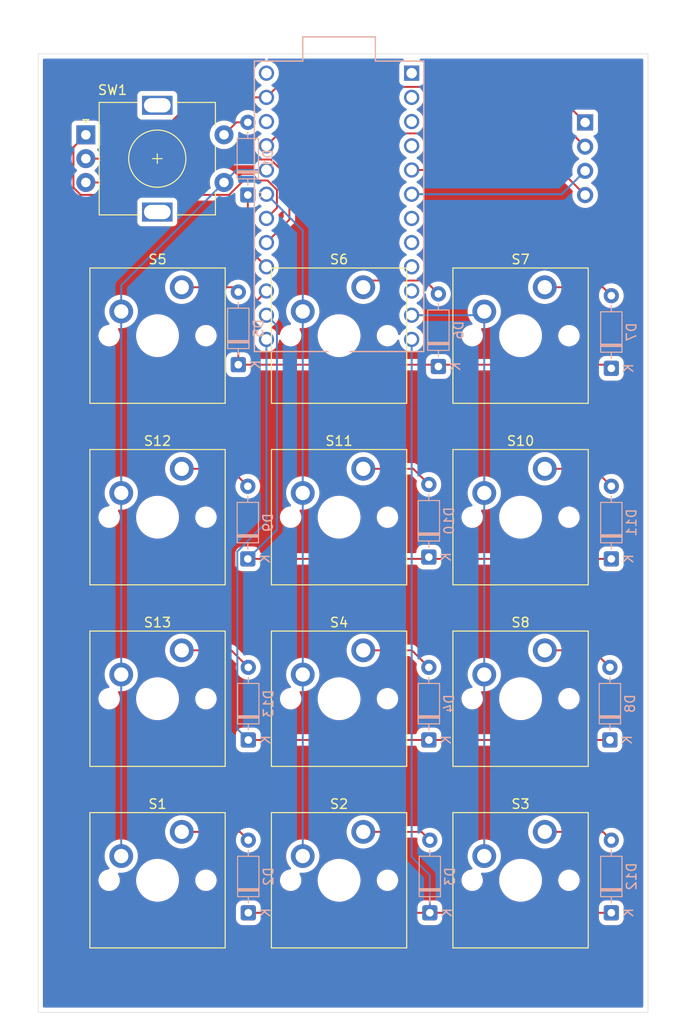
<source format=kicad_pcb>
(kicad_pcb (version 20241229) (generator "pcbnew") (generator_version "9.0")
  (layers (0 "F.Cu" signal) (2 "B.Cu" signal) (13 "F.Paste" user) (15 "B.Paste" user) (5 "F.SilkS" user "F.Silkscreen") (7 "B.SilkS" user "B.Silkscreen") (1 "F.Mask" user) (3 "B.Mask" user) (25 "Edge.Cuts" user))
  (net 0 "")
  (net 1 "ROW 0")
  (net 2 "Net-(D4-A)")
  (net 3 "Net-(D5-A)")
  (net 4 "ROW 1")
  (net 5 "Net-(D6-A)")
  (net 6 "Net-(D7-A)")
  (net 7 "Net-(D8-A)")
  (net 8 "Net-(D9-A)")
  (net 9 "Net-(D10-A)")
  (net 10 "Net-(D11-A)")
  (net 11 "COLUMN 1")
  (net 12 "COLUMN 0")
  (net 13 "COLUMN 2")
  (net 17 "SDA")
  (net 19 "GND")
  (net 21 "ROW 2")
  (net 22 "VCC")
  (net 24 "SCL")
  (net 26 "ROW 3")
  (net 27 "Net-(D13-A)")
  (net 30 "ROW 4")
  (net 31 "B")
  (net 32 "A")
  (net 33 "Net-(D1-A)")
  (net 35 "Net-(D2-A)")
  (net 36 "Net-(D3-A)")
  (net 37 "Net-(D12-A)")
  (footprint "PCM_Switch_Keyboard_Cherry_MX:SW_Cherry_MX_PCB_1.00u" (layer "F.Cu") (at 140.47125 85.31625)
    (property "Reference" "S6" (at 0 -8 0) (layer "F.SilkS"))
    (property "Value" "Keyswitch")
    (fp_line (start -7.1 -7.1) (end -7.1 7.1) (stroke (width 0.12)) (layer "F.SilkS"))
    (fp_line (start -7.1 7.1) (end 7.1 7.1) (stroke (width 0.12)) (layer "F.SilkS"))
    (fp_line (start 7.1 -7.1) (end -7.1 -7.1) (stroke (width 0.12)) (layer "F.SilkS"))
    (fp_line (start 7.1 7.1) (end 7.1 -7.1) (stroke (width 0.12)) (layer "F.SilkS"))
    (pad "" np_thru_hole circle (at -5.08 0) (size 1.75 1.75) (drill 1.75) (layers "*.Cu" "*.Mask"))
    (pad "" np_thru_hole circle (at 0 0) (size 4 4) (drill 4) (layers "*.Cu" "*.Mask"))
    (pad "" np_thru_hole circle (at 5.08 0) (size 1.75 1.75) (drill 1.75) (layers "*.Cu" "*.Mask"))
    (pad "1" thru_hole circle (at -3.81 -2.54) (size 2.5 2.5) (drill 1.5) (layers "*.Cu" "*.Mask") (net 11 "COLUMN 1"))
    (pad "2" thru_hole circle (at 2.54 -5.08) (size 2.5 2.5) (drill 1.5) (layers "*.Cu" "*.Mask") (net 5 "Net-(D6-A)"))
  )
  (footprint "Rotary_Encoder:RotaryEncoder_Alps_EC11E-Switch_Vertical_H20mm" (layer "F.Cu") (at 113.89625 64.24125)
    (property "Reference" "SW1" (at 2.8 -4.7 0) (layer "F.SilkS"))
    (property "Value" "RotaryEncoder_Switch")
    (fp_line (start -0.3 -1.6) (end 0.3 -1.6) (stroke (width 0.12)) (layer "F.SilkS"))
    (fp_line (start 0 -1.3) (end -0.3 -1.6) (stroke (width 0.12)) (layer "F.SilkS"))
    (fp_line (start 0.3 -1.6) (end 0 -1.3) (stroke (width 0.12)) (layer "F.SilkS"))
    (fp_line (start 1.4 -3.4) (end 1.4 8.4) (stroke (width 0.12)) (layer "F.SilkS"))
    (fp_line (start 5.5 -3.4) (end 1.4 -3.4) (stroke (width 0.12)) (layer "F.SilkS"))
    (fp_line (start 5.5 8.4) (end 1.4 8.4) (stroke (width 0.12)) (layer "F.SilkS"))
    (fp_line (start 7 2.5) (end 8 2.5) (stroke (width 0.12)) (layer "F.SilkS"))
    (fp_line (start 7.5 2) (end 7.5 3) (stroke (width 0.12)) (layer "F.SilkS"))
    (fp_line (start 9.5 -3.4) (end 13.6 -3.4) (stroke (width 0.12)) (layer "F.SilkS"))
    (fp_line (start 13.6 -3.4) (end 13.6 -1) (stroke (width 0.12)) (layer "F.SilkS"))
    (fp_line (start 13.6 1.2) (end 13.6 3.8) (stroke (width 0.12)) (layer "F.SilkS"))
    (fp_line (start 13.6 6) (end 13.6 8.4) (stroke (width 0.12)) (layer "F.SilkS"))
    (fp_line (start 13.6 8.4) (end 9.5 8.4) (stroke (width 0.12)) (layer "F.SilkS"))
    (fp_circle (center 7.5 2.5) (end 10.5 2.5) (stroke (width 0.12)) (fill no) (layer "F.SilkS"))
    (pad "A" thru_hole rect (at 0 0) (size 2 2) (drill 1) (layers "*.Cu" "*.Mask") (net 32 "A"))
    (pad "B" thru_hole circle (at 0 5) (size 2 2) (drill 1) (layers "*.Cu" "*.Mask") (net 31 "B"))
    (pad "C" thru_hole circle (at 0 2.5) (size 2 2) (drill 1) (layers "*.Cu" "*.Mask") (net 19 "GND"))
    (pad "MP" thru_hole rect (at 7.5 -3.1) (size 3.2 2) (drill oval 2.8 1.5) (layers "*.Cu" "*.Mask"))
    (pad "MP" thru_hole rect (at 7.5 8.1) (size 3.2 2) (drill oval 2.8 1.5) (layers "*.Cu" "*.Mask"))
    (pad "S1" thru_hole circle (at 14.5 5) (size 2 2) (drill 1) (layers "*.Cu" "*.Mask") (net 12 "COLUMN 0"))
    (pad "S2" thru_hole circle (at 14.5 0) (size 2 2) (drill 1) (layers "*.Cu" "*.Mask") (net 33 "Net-(D1-A)"))
  )
  (footprint "PCM_Switch_Keyboard_Cherry_MX:SW_Cherry_MX_PCB_1.00u" (layer "F.Cu") (at 159.52125 123.41625)
    (property "Reference" "S8" (at 0 -8 0) (layer "F.SilkS"))
    (property "Value" "Keyswitch")
    (fp_line (start -7.1 -7.1) (end -7.1 7.1) (stroke (width 0.12)) (layer "F.SilkS"))
    (fp_line (start -7.1 7.1) (end 7.1 7.1) (stroke (width 0.12)) (layer "F.SilkS"))
    (fp_line (start 7.1 -7.1) (end -7.1 -7.1) (stroke (width 0.12)) (layer "F.SilkS"))
    (fp_line (start 7.1 7.1) (end 7.1 -7.1) (stroke (width 0.12)) (layer "F.SilkS"))
    (pad "" np_thru_hole circle (at -5.08 0) (size 1.75 1.75) (drill 1.75) (layers "*.Cu" "*.Mask"))
    (pad "" np_thru_hole circle (at 0 0) (size 4 4) (drill 4) (layers "*.Cu" "*.Mask"))
    (pad "" np_thru_hole circle (at 5.08 0) (size 1.75 1.75) (drill 1.75) (layers "*.Cu" "*.Mask"))
    (pad "1" thru_hole circle (at -3.81 -2.54) (size 2.5 2.5) (drill 1.5) (layers "*.Cu" "*.Mask") (net 13 "COLUMN 2"))
    (pad "2" thru_hole circle (at 2.54 -5.08) (size 2.5 2.5) (drill 1.5) (layers "*.Cu" "*.Mask") (net 7 "Net-(D8-A)"))
  )
  (footprint "PCM_Switch_Keyboard_Cherry_MX:SW_Cherry_MX_PCB_1.00u" (layer "F.Cu") (at 121.42125 85.31625)
    (property "Reference" "S5" (at 0 -8 0) (layer "F.SilkS"))
    (property "Value" "Keyswitch")
    (fp_line (start -7.1 -7.1) (end -7.1 7.1) (stroke (width 0.12)) (layer "F.SilkS"))
    (fp_line (start -7.1 7.1) (end 7.1 7.1) (stroke (width 0.12)) (layer "F.SilkS"))
    (fp_line (start 7.1 -7.1) (end -7.1 -7.1) (stroke (width 0.12)) (layer "F.SilkS"))
    (fp_line (start 7.1 7.1) (end 7.1 -7.1) (stroke (width 0.12)) (layer "F.SilkS"))
    (pad "" np_thru_hole circle (at -5.08 0) (size 1.75 1.75) (drill 1.75) (layers "*.Cu" "*.Mask"))
    (pad "" np_thru_hole circle (at 0 0) (size 4 4) (drill 4) (layers "*.Cu" "*.Mask"))
    (pad "" np_thru_hole circle (at 5.08 0) (size 1.75 1.75) (drill 1.75) (layers "*.Cu" "*.Mask"))
    (pad "1" thru_hole circle (at -3.81 -2.54) (size 2.5 2.5) (drill 1.5) (layers "*.Cu" "*.Mask") (net 12 "COLUMN 0"))
    (pad "2" thru_hole circle (at 2.54 -5.08) (size 2.5 2.5) (drill 1.5) (layers "*.Cu" "*.Mask") (net 3 "Net-(D5-A)"))
  )
  (footprint "PCM_Switch_Keyboard_Cherry_MX:SW_Cherry_MX_PCB_1.00u" (layer "F.Cu") (at 140.47125 104.36625)
    (property "Reference" "S11" (at 0 -8 0) (layer "F.SilkS"))
    (property "Value" "Keyswitch")
    (fp_line (start -7.1 -7.1) (end -7.1 7.1) (stroke (width 0.12)) (layer "F.SilkS"))
    (fp_line (start -7.1 7.1) (end 7.1 7.1) (stroke (width 0.12)) (layer "F.SilkS"))
    (fp_line (start 7.1 -7.1) (end -7.1 -7.1) (stroke (width 0.12)) (layer "F.SilkS"))
    (fp_line (start 7.1 7.1) (end 7.1 -7.1) (stroke (width 0.12)) (layer "F.SilkS"))
    (pad "" np_thru_hole circle (at -5.08 0) (size 1.75 1.75) (drill 1.75) (layers "*.Cu" "*.Mask"))
    (pad "" np_thru_hole circle (at 0 0) (size 4 4) (drill 4) (layers "*.Cu" "*.Mask"))
    (pad "" np_thru_hole circle (at 5.08 0) (size 1.75 1.75) (drill 1.75) (layers "*.Cu" "*.Mask"))
    (pad "1" thru_hole circle (at -3.81 -2.54) (size 2.5 2.5) (drill 1.5) (layers "*.Cu" "*.Mask") (net 11 "COLUMN 1"))
    (pad "2" thru_hole circle (at 2.54 -5.08) (size 2.5 2.5) (drill 1.5) (layers "*.Cu" "*.Mask") (net 9 "Net-(D10-A)"))
  )
  (footprint "PCM_Switch_Keyboard_Cherry_MX:SW_Cherry_MX_PCB_1.00u" (layer "F.Cu") (at 159.52125 104.36625)
    (property "Reference" "S10" (at 0 -8 0) (layer "F.SilkS"))
    (property "Value" "Keyswitch")
    (fp_line (start -7.1 -7.1) (end -7.1 7.1) (stroke (width 0.12)) (layer "F.SilkS"))
    (fp_line (start -7.1 7.1) (end 7.1 7.1) (stroke (width 0.12)) (layer "F.SilkS"))
    (fp_line (start 7.1 -7.1) (end -7.1 -7.1) (stroke (width 0.12)) (layer "F.SilkS"))
    (fp_line (start 7.1 7.1) (end 7.1 -7.1) (stroke (width 0.12)) (layer "F.SilkS"))
    (pad "" np_thru_hole circle (at -5.08 0) (size 1.75 1.75) (drill 1.75) (layers "*.Cu" "*.Mask"))
    (pad "" np_thru_hole circle (at 0 0) (size 4 4) (drill 4) (layers "*.Cu" "*.Mask"))
    (pad "" np_thru_hole circle (at 5.08 0) (size 1.75 1.75) (drill 1.75) (layers "*.Cu" "*.Mask"))
    (pad "1" thru_hole circle (at -3.81 -2.54) (size 2.5 2.5) (drill 1.5) (layers "*.Cu" "*.Mask") (net 13 "COLUMN 2"))
    (pad "2" thru_hole circle (at 2.54 -5.08) (size 2.5 2.5) (drill 1.5) (layers "*.Cu" "*.Mask") (net 10 "Net-(D11-A)"))
  )
  (footprint "PCM_Switch_Keyboard_Cherry_MX:SW_Cherry_MX_PCB_1.00u" (layer "F.Cu") (at 121.42125 104.36625)
    (property "Reference" "S12" (at 0 -8 0) (layer "F.SilkS"))
    (property "Value" "Keyswitch")
    (fp_line (start -7.1 -7.1) (end -7.1 7.1) (stroke (width 0.12)) (layer "F.SilkS"))
    (fp_line (start -7.1 7.1) (end 7.1 7.1) (stroke (width 0.12)) (layer "F.SilkS"))
    (fp_line (start 7.1 -7.1) (end -7.1 -7.1) (stroke (width 0.12)) (layer "F.SilkS"))
    (fp_line (start 7.1 7.1) (end 7.1 -7.1) (stroke (width 0.12)) (layer "F.SilkS"))
    (pad "" np_thru_hole circle (at -5.08 0) (size 1.75 1.75) (drill 1.75) (layers "*.Cu" "*.Mask"))
    (pad "" np_thru_hole circle (at 0 0) (size 4 4) (drill 4) (layers "*.Cu" "*.Mask"))
    (pad "" np_thru_hole circle (at 5.08 0) (size 1.75 1.75) (drill 1.75) (layers "*.Cu" "*.Mask"))
    (pad "1" thru_hole circle (at -3.81 -2.54) (size 2.5 2.5) (drill 1.5) (layers "*.Cu" "*.Mask") (net 12 "COLUMN 0"))
    (pad "2" thru_hole circle (at 2.54 -5.08) (size 2.5 2.5) (drill 1.5) (layers "*.Cu" "*.Mask") (net 8 "Net-(D9-A)"))
  )
  (footprint "PCM_Switch_Keyboard_Cherry_MX:SW_Cherry_MX_PCB_1.00u" (layer "F.Cu") (at 140.47125 123.41625)
    (property "Reference" "S4" (at 0 -8 0) (layer "F.SilkS"))
    (property "Value" "Keyswitch")
    (fp_line (start -7.1 -7.1) (end -7.1 7.1) (stroke (width 0.12)) (layer "F.SilkS"))
    (fp_line (start -7.1 7.1) (end 7.1 7.1) (stroke (width 0.12)) (layer "F.SilkS"))
    (fp_line (start 7.1 -7.1) (end -7.1 -7.1) (stroke (width 0.12)) (layer "F.SilkS"))
    (fp_line (start 7.1 7.1) (end 7.1 -7.1) (stroke (width 0.12)) (layer "F.SilkS"))
    (pad "" np_thru_hole circle (at -5.08 0) (size 1.75 1.75) (drill 1.75) (layers "*.Cu" "*.Mask"))
    (pad "" np_thru_hole circle (at 0 0) (size 4 4) (drill 4) (layers "*.Cu" "*.Mask"))
    (pad "" np_thru_hole circle (at 5.08 0) (size 1.75 1.75) (drill 1.75) (layers "*.Cu" "*.Mask"))
    (pad "1" thru_hole circle (at -3.81 -2.54) (size 2.5 2.5) (drill 1.5) (layers "*.Cu" "*.Mask") (net 11 "COLUMN 1"))
    (pad "2" thru_hole circle (at 2.54 -5.08) (size 2.5 2.5) (drill 1.5) (layers "*.Cu" "*.Mask") (net 2 "Net-(D4-A)"))
  )
  (footprint "PCM_Switch_Keyboard_Cherry_MX:SW_Cherry_MX_PCB_1.00u" (layer "F.Cu") (at 121.42125 142.46625)
    (property "Reference" "S1" (at 0 -8 0) (layer "F.SilkS"))
    (property "Value" "Keyswitch")
    (fp_line (start -7.1 -7.1) (end -7.1 7.1) (stroke (width 0.12)) (layer "F.SilkS"))
    (fp_line (start -7.1 7.1) (end 7.1 7.1) (stroke (width 0.12)) (layer "F.SilkS"))
    (fp_line (start 7.1 -7.1) (end -7.1 -7.1) (stroke (width 0.12)) (layer "F.SilkS"))
    (fp_line (start 7.1 7.1) (end 7.1 -7.1) (stroke (width 0.12)) (layer "F.SilkS"))
    (pad "" np_thru_hole circle (at -5.08 0) (size 1.75 1.75) (drill 1.75) (layers "*.Cu" "*.Mask"))
    (pad "" np_thru_hole circle (at 0 0) (size 4 4) (drill 4) (layers "*.Cu" "*.Mask"))
    (pad "" np_thru_hole circle (at 5.08 0) (size 1.75 1.75) (drill 1.75) (layers "*.Cu" "*.Mask"))
    (pad "1" thru_hole circle (at -3.81 -2.54) (size 2.5 2.5) (drill 1.5) (layers "*.Cu" "*.Mask") (net 12 "COLUMN 0"))
    (pad "2" thru_hole circle (at 2.54 -5.08) (size 2.5 2.5) (drill 1.5) (layers "*.Cu" "*.Mask") (net 35 "Net-(D2-A)"))
  )
  (footprint "PCM_Switch_Keyboard_Cherry_MX:SW_Cherry_MX_PCB_1.00u" (layer "F.Cu") (at 159.52125 142.46625)
    (property "Reference" "S3" (at 0 -8 0) (layer "F.SilkS"))
    (property "Value" "Keyswitch")
    (fp_line (start -7.1 -7.1) (end -7.1 7.1) (stroke (width 0.12)) (layer "F.SilkS"))
    (fp_line (start -7.1 7.1) (end 7.1 7.1) (stroke (width 0.12)) (layer "F.SilkS"))
    (fp_line (start 7.1 -7.1) (end -7.1 -7.1) (stroke (width 0.12)) (layer "F.SilkS"))
    (fp_line (start 7.1 7.1) (end 7.1 -7.1) (stroke (width 0.12)) (layer "F.SilkS"))
    (pad "" np_thru_hole circle (at -5.08 0) (size 1.75 1.75) (drill 1.75) (layers "*.Cu" "*.Mask"))
    (pad "" np_thru_hole circle (at 0 0) (size 4 4) (drill 4) (layers "*.Cu" "*.Mask"))
    (pad "" np_thru_hole circle (at 5.08 0) (size 1.75 1.75) (drill 1.75) (layers "*.Cu" "*.Mask"))
    (pad "1" thru_hole circle (at -3.81 -2.54) (size 2.5 2.5) (drill 1.5) (layers "*.Cu" "*.Mask") (net 13 "COLUMN 2"))
    (pad "2" thru_hole circle (at 2.54 -5.08) (size 2.5 2.5) (drill 1.5) (layers "*.Cu" "*.Mask") (net 37 "Net-(D12-A)"))
  )
  (footprint "PCM_Switch_Keyboard_Cherry_MX:SW_Cherry_MX_PCB_1.00u" (layer "F.Cu") (at 140.47125 142.46625)
    (property "Reference" "S2" (at 0 -8 0) (layer "F.SilkS"))
    (property "Value" "Keyswitch")
    (fp_line (start -7.1 -7.1) (end -7.1 7.1) (stroke (width 0.12)) (layer "F.SilkS"))
    (fp_line (start -7.1 7.1) (end 7.1 7.1) (stroke (width 0.12)) (layer "F.SilkS"))
    (fp_line (start 7.1 -7.1) (end -7.1 -7.1) (stroke (width 0.12)) (layer "F.SilkS"))
    (fp_line (start 7.1 7.1) (end 7.1 -7.1) (stroke (width 0.12)) (layer "F.SilkS"))
    (pad "" np_thru_hole circle (at -5.08 0) (size 1.75 1.75) (drill 1.75) (layers "*.Cu" "*.Mask"))
    (pad "" np_thru_hole circle (at 0 0) (size 4 4) (drill 4) (layers "*.Cu" "*.Mask"))
    (pad "" np_thru_hole circle (at 5.08 0) (size 1.75 1.75) (drill 1.75) (layers "*.Cu" "*.Mask"))
    (pad "1" thru_hole circle (at -3.81 -2.54) (size 2.5 2.5) (drill 1.5) (layers "*.Cu" "*.Mask") (net 11 "COLUMN 1"))
    (pad "2" thru_hole circle (at 2.54 -5.08) (size 2.5 2.5) (drill 1.5) (layers "*.Cu" "*.Mask") (net 36 "Net-(D3-A)"))
  )
  (footprint "PCM_Switch_Keyboard_Cherry_MX:SW_Cherry_MX_PCB_1.00u" (layer "F.Cu") (at 121.42125 123.41625)
    (property "Reference" "S13" (at 0 -8 0) (layer "F.SilkS"))
    (property "Value" "Keyswitch")
    (fp_line (start -7.1 -7.1) (end -7.1 7.1) (stroke (width 0.12)) (layer "F.SilkS"))
    (fp_line (start -7.1 7.1) (end 7.1 7.1) (stroke (width 0.12)) (layer "F.SilkS"))
    (fp_line (start 7.1 -7.1) (end -7.1 -7.1) (stroke (width 0.12)) (layer "F.SilkS"))
    (fp_line (start 7.1 7.1) (end 7.1 -7.1) (stroke (width 0.12)) (layer "F.SilkS"))
    (pad "" np_thru_hole circle (at -5.08 0) (size 1.75 1.75) (drill 1.75) (layers "*.Cu" "*.Mask"))
    (pad "" np_thru_hole circle (at 0 0) (size 4 4) (drill 4) (layers "*.Cu" "*.Mask"))
    (pad "" np_thru_hole circle (at 5.08 0) (size 1.75 1.75) (drill 1.75) (layers "*.Cu" "*.Mask"))
    (pad "1" thru_hole circle (at -3.81 -2.54) (size 2.5 2.5) (drill 1.5) (layers "*.Cu" "*.Mask") (net 12 "COLUMN 0"))
    (pad "2" thru_hole circle (at 2.54 -5.08) (size 2.5 2.5) (drill 1.5) (layers "*.Cu" "*.Mask") (net 27 "Net-(D13-A)"))
  )
  (footprint "PCM_Switch_Keyboard_Cherry_MX:SW_Cherry_MX_PCB_1.00u" (layer "F.Cu") (at 159.52125 85.31625)
    (property "Reference" "S7" (at 0 -8 0) (layer "F.SilkS"))
    (property "Value" "Keyswitch")
    (fp_line (start -7.1 -7.1) (end -7.1 7.1) (stroke (width 0.12)) (layer "F.SilkS"))
    (fp_line (start -7.1 7.1) (end 7.1 7.1) (stroke (width 0.12)) (layer "F.SilkS"))
    (fp_line (start 7.1 -7.1) (end -7.1 -7.1) (stroke (width 0.12)) (layer "F.SilkS"))
    (fp_line (start 7.1 7.1) (end 7.1 -7.1) (stroke (width 0.12)) (layer "F.SilkS"))
    (pad "" np_thru_hole circle (at -5.08 0) (size 1.75 1.75) (drill 1.75) (layers "*.Cu" "*.Mask"))
    (pad "" np_thru_hole circle (at 0 0) (size 4 4) (drill 4) (layers "*.Cu" "*.Mask"))
    (pad "" np_thru_hole circle (at 5.08 0) (size 1.75 1.75) (drill 1.75) (layers "*.Cu" "*.Mask"))
    (pad "1" thru_hole circle (at -3.81 -2.54) (size 2.5 2.5) (drill 1.5) (layers "*.Cu" "*.Mask") (net 13 "COLUMN 2"))
    (pad "2" thru_hole circle (at 2.54 -5.08) (size 2.5 2.5) (drill 1.5) (layers "*.Cu" "*.Mask") (net 6 "Net-(D7-A)"))
  )
  (footprint "ScottoKeebs_Components:OLED_128x32" (layer "F.Cu") (at 167.89625 72.74125 180)
    (property "Reference" "J2" (hide yes))
    (property "Value" "OLED_128x32")
    (pad "1" thru_hole rect (at 1.6 9.8) (size 1.7 1.7) (drill 1) (layers "*.Cu" "*.Mask") (net 19 "GND"))
    (pad "2" thru_hole oval (at 1.6 7.26) (size 1.7 1.7) (drill 1) (layers "*.Cu" "*.Mask") (net 22 "VCC"))
    (pad "3" thru_hole oval (at 1.6 4.72) (size 1.7 1.7) (drill 1) (layers "*.Cu" "*.Mask") (net 24 "SCL"))
    (pad "4" thru_hole oval (at 1.6 2.18) (size 1.7 1.7) (drill 1) (layers "*.Cu" "*.Mask") (net 17 "SDA"))
  )
  (footprint "Diode_THT:D_DO-35_SOD27_P7.62mm_Horizontal" (layer "B.Cu") (at 129.89625 88.36125 90)
    (property "Reference" "D5" (at 3.81 2.12 90) (layer "B.SilkS") (effects (justify mirror)))
    (property "Value" "1N914")
    (fp_line (start 6.58 0) (end 5.93 0) (stroke (width 0.12)) (layer "B.SilkS"))
    (fp_line (start 1.04 0) (end 1.69 0) (stroke (width 0.12)) (layer "B.SilkS"))
    (fp_line (start 2.53 1.12) (end 2.53 -1.12) (stroke (width 0.12)) (layer "B.SilkS"))
    (fp_line (start 2.41 1.12) (end 2.41 -1.12) (stroke (width 0.12)) (layer "B.SilkS"))
    (fp_line (start 2.29 1.12) (end 2.29 -1.12) (stroke (width 0.12)) (layer "B.SilkS"))
    (fp_rect (start 1.69 1.12) (end 5.93 -1.12) (stroke (width 0.12)) (fill no) (layer "B.SilkS"))
    (fp_text user "K" (at 0 1.8 90) (layer "B.SilkS") (effects (justify mirror)))
    (pad "1" thru_hole roundrect (at 0 0 90) (size 1.6 1.6) (drill 0.8) (layers "*.Cu" "*.Mask") (roundrect_rratio 0.15625) (net 4 "ROW 1"))
    (pad "2" thru_hole circle (at 7.62 0 90) (size 1.6 1.6) (drill 0.8) (layers "*.Cu" "*.Mask") (net 3 "Net-(D5-A)"))
  )
  (footprint "Diode_THT:D_DO-35_SOD27_P7.62mm_Horizontal" (layer "B.Cu") (at 168.89625 127.74125 90)
    (property "Reference" "D8" (at 3.81 2.12 90) (layer "B.SilkS") (effects (justify mirror)))
    (property "Value" "1N914")
    (fp_line (start 6.58 0) (end 5.93 0) (stroke (width 0.12)) (layer "B.SilkS"))
    (fp_line (start 1.04 0) (end 1.69 0) (stroke (width 0.12)) (layer "B.SilkS"))
    (fp_line (start 2.53 1.12) (end 2.53 -1.12) (stroke (width 0.12)) (layer "B.SilkS"))
    (fp_line (start 2.41 1.12) (end 2.41 -1.12) (stroke (width 0.12)) (layer "B.SilkS"))
    (fp_line (start 2.29 1.12) (end 2.29 -1.12) (stroke (width 0.12)) (layer "B.SilkS"))
    (fp_rect (start 1.69 1.12) (end 5.93 -1.12) (stroke (width 0.12)) (fill no) (layer "B.SilkS"))
    (fp_text user "K" (at 0 1.8 90) (layer "B.SilkS") (effects (justify mirror)))
    (pad "1" thru_hole roundrect (at 0 0 90) (size 1.6 1.6) (drill 0.8) (layers "*.Cu" "*.Mask") (roundrect_rratio 0.15625) (net 26 "ROW 3"))
    (pad "2" thru_hole circle (at 7.62 0 90) (size 1.6 1.6) (drill 0.8) (layers "*.Cu" "*.Mask") (net 7 "Net-(D8-A)"))
  )
  (footprint "Diode_THT:D_DO-35_SOD27_P7.62mm_Horizontal" (layer "B.Cu") (at 169.04625 88.74125 90)
    (property "Reference" "D7" (at 3.81 2.12 90) (layer "B.SilkS") (effects (justify mirror)))
    (property "Value" "1N914")
    (fp_line (start 6.58 0) (end 5.93 0) (stroke (width 0.12)) (layer "B.SilkS"))
    (fp_line (start 1.04 0) (end 1.69 0) (stroke (width 0.12)) (layer "B.SilkS"))
    (fp_line (start 2.53 1.12) (end 2.53 -1.12) (stroke (width 0.12)) (layer "B.SilkS"))
    (fp_line (start 2.41 1.12) (end 2.41 -1.12) (stroke (width 0.12)) (layer "B.SilkS"))
    (fp_line (start 2.29 1.12) (end 2.29 -1.12) (stroke (width 0.12)) (layer "B.SilkS"))
    (fp_rect (start 1.69 1.12) (end 5.93 -1.12) (stroke (width 0.12)) (fill no) (layer "B.SilkS"))
    (fp_text user "K" (at 0 1.8 90) (layer "B.SilkS") (effects (justify mirror)))
    (pad "1" thru_hole roundrect (at 0 0 90) (size 1.6 1.6) (drill 0.8) (layers "*.Cu" "*.Mask") (roundrect_rratio 0.15625) (net 4 "ROW 1"))
    (pad "2" thru_hole circle (at 7.62 0 90) (size 1.6 1.6) (drill 0.8) (layers "*.Cu" "*.Mask") (net 6 "Net-(D7-A)"))
  )
  (footprint "Diode_THT:D_DO-35_SOD27_P7.62mm_Horizontal" (layer "B.Cu") (at 130.94625 145.87875 90)
    (property "Reference" "D2" (at 3.81 2.12 90) (layer "B.SilkS") (effects (justify mirror)))
    (property "Value" "1N914")
    (fp_line (start 6.58 0) (end 5.93 0) (stroke (width 0.12)) (layer "B.SilkS"))
    (fp_line (start 1.04 0) (end 1.69 0) (stroke (width 0.12)) (layer "B.SilkS"))
    (fp_line (start 2.53 1.12) (end 2.53 -1.12) (stroke (width 0.12)) (layer "B.SilkS"))
    (fp_line (start 2.41 1.12) (end 2.41 -1.12) (stroke (width 0.12)) (layer "B.SilkS"))
    (fp_line (start 2.29 1.12) (end 2.29 -1.12) (stroke (width 0.12)) (layer "B.SilkS"))
    (fp_rect (start 1.69 1.12) (end 5.93 -1.12) (stroke (width 0.12)) (fill no) (layer "B.SilkS"))
    (fp_text user "K" (at 0 1.8 90) (layer "B.SilkS") (effects (justify mirror)))
    (pad "1" thru_hole roundrect (at 0 0 90) (size 1.6 1.6) (drill 0.8) (layers "*.Cu" "*.Mask") (roundrect_rratio 0.15625) (net 30 "ROW 4"))
    (pad "2" thru_hole circle (at 7.62 0 90) (size 1.6 1.6) (drill 0.8) (layers "*.Cu" "*.Mask") (net 35 "Net-(D2-A)"))
  )
  (footprint "Diode_THT:D_DO-35_SOD27_P7.62mm_Horizontal" (layer "B.Cu") (at 130.94625 127.74125 90)
    (property "Reference" "D13" (at 3.81 2.12 90) (layer "B.SilkS") (effects (justify mirror)))
    (property "Value" "1N914")
    (fp_line (start 6.58 0) (end 5.93 0) (stroke (width 0.12)) (layer "B.SilkS"))
    (fp_line (start 1.04 0) (end 1.69 0) (stroke (width 0.12)) (layer "B.SilkS"))
    (fp_line (start 2.53 1.12) (end 2.53 -1.12) (stroke (width 0.12)) (layer "B.SilkS"))
    (fp_line (start 2.41 1.12) (end 2.41 -1.12) (stroke (width 0.12)) (layer "B.SilkS"))
    (fp_line (start 2.29 1.12) (end 2.29 -1.12) (stroke (width 0.12)) (layer "B.SilkS"))
    (fp_rect (start 1.69 1.12) (end 5.93 -1.12) (stroke (width 0.12)) (fill no) (layer "B.SilkS"))
    (fp_text user "K" (at 0 1.8 90) (layer "B.SilkS") (effects (justify mirror)))
    (pad "1" thru_hole roundrect (at 0 0 90) (size 1.6 1.6) (drill 0.8) (layers "*.Cu" "*.Mask") (roundrect_rratio 0.15625) (net 26 "ROW 3"))
    (pad "2" thru_hole circle (at 7.62 0 90) (size 1.6 1.6) (drill 0.8) (layers "*.Cu" "*.Mask") (net 27 "Net-(D13-A)"))
  )
  (footprint "Diode_THT:D_DO-35_SOD27_P7.62mm_Horizontal" (layer "B.Cu") (at 149.89625 108.55125 90)
    (property "Reference" "D10" (at 3.81 2.12 90) (layer "B.SilkS") (effects (justify mirror)))
    (property "Value" "1N914")
    (fp_line (start 6.58 0) (end 5.93 0) (stroke (width 0.12)) (layer "B.SilkS"))
    (fp_line (start 1.04 0) (end 1.69 0) (stroke (width 0.12)) (layer "B.SilkS"))
    (fp_line (start 2.53 1.12) (end 2.53 -1.12) (stroke (width 0.12)) (layer "B.SilkS"))
    (fp_line (start 2.41 1.12) (end 2.41 -1.12) (stroke (width 0.12)) (layer "B.SilkS"))
    (fp_line (start 2.29 1.12) (end 2.29 -1.12) (stroke (width 0.12)) (layer "B.SilkS"))
    (fp_rect (start 1.69 1.12) (end 5.93 -1.12) (stroke (width 0.12)) (fill no) (layer "B.SilkS"))
    (fp_text user "K" (at 0 1.8 90) (layer "B.SilkS") (effects (justify mirror)))
    (pad "1" thru_hole roundrect (at 0 0 90) (size 1.6 1.6) (drill 0.8) (layers "*.Cu" "*.Mask") (roundrect_rratio 0.15625) (net 21 "ROW 2"))
    (pad "2" thru_hole circle (at 7.62 0 90) (size 1.6 1.6) (drill 0.8) (layers "*.Cu" "*.Mask") (net 9 "Net-(D10-A)"))
  )
  (footprint "Diode_THT:D_DO-35_SOD27_P7.62mm_Horizontal" (layer "B.Cu") (at 130.89625 108.74125 90)
    (property "Reference" "D9" (at 3.81 2.12 90) (layer "B.SilkS") (effects (justify mirror)))
    (property "Value" "1N914")
    (fp_line (start 6.58 0) (end 5.93 0) (stroke (width 0.12)) (layer "B.SilkS"))
    (fp_line (start 1.04 0) (end 1.69 0) (stroke (width 0.12)) (layer "B.SilkS"))
    (fp_line (start 2.53 1.12) (end 2.53 -1.12) (stroke (width 0.12)) (layer "B.SilkS"))
    (fp_line (start 2.41 1.12) (end 2.41 -1.12) (stroke (width 0.12)) (layer "B.SilkS"))
    (fp_line (start 2.29 1.12) (end 2.29 -1.12) (stroke (width 0.12)) (layer "B.SilkS"))
    (fp_rect (start 1.69 1.12) (end 5.93 -1.12) (stroke (width 0.12)) (fill no) (layer "B.SilkS"))
    (fp_text user "K" (at 0 1.8 90) (layer "B.SilkS") (effects (justify mirror)))
    (pad "1" thru_hole roundrect (at 0 0 90) (size 1.6 1.6) (drill 0.8) (layers "*.Cu" "*.Mask") (roundrect_rratio 0.15625) (net 21 "ROW 2"))
    (pad "2" thru_hole circle (at 7.62 0 90) (size 1.6 1.6) (drill 0.8) (layers "*.Cu" "*.Mask") (net 8 "Net-(D9-A)"))
  )
  (footprint "promicro:ProMicro-EnforcedTop" (layer "B.Cu") (at 140.47125 71.74125 -90)
    (property "Reference" "U1" (hide yes))
    (property "Value" "ProMicro")
    (fp_line (start -15.24 8.89) (end 15.24 8.89) (stroke (width 0.15)) (layer "B.SilkS"))
    (fp_line (start 15.24 8.89) (end 15.24 -8.89) (stroke (width 0.15)) (layer "B.SilkS"))
    (fp_line (start -17.78 3.81) (end -15.24 3.81) (stroke (width 0.15)) (layer "B.SilkS"))
    (fp_line (start -15.24 3.81) (end -15.24 8.89) (stroke (width 0.15)) (layer "B.SilkS"))
    (fp_line (start -17.78 -3.81) (end -17.78 3.81) (stroke (width 0.15)) (layer "B.SilkS"))
    (fp_line (start -15.24 -3.81) (end -17.78 -3.81) (stroke (width 0.15)) (layer "B.SilkS"))
    (fp_line (start -15.24 -8.89) (end -15.24 -3.81) (stroke (width 0.15)) (layer "B.SilkS"))
    (fp_line (start -15.24 -8.89) (end 15.24 -8.89) (stroke (width 0.15)) (layer "B.SilkS"))
    (pad "1" thru_hole rect (at -13.97 -7.62 270) (size 1.6 1.6) (drill 1.1) (layers "*.Cu" "F.Mask"))
    (pad "2" thru_hole circle (at -11.43 -7.62 270) (size 1.6 1.6) (drill 1.1) (layers "*.Cu" "F.Mask"))
    (pad "3" thru_hole circle (at -8.89 -7.62 270) (size 1.6 1.6) (drill 1.1) (layers "*.Cu" "F.Mask"))
    (pad "4" thru_hole circle (at -6.35 -7.62 270) (size 1.6 1.6) (drill 1.1) (layers "*.Cu" "F.Mask"))
    (pad "5" thru_hole circle (at -3.81 -7.62 270) (size 1.6 1.6) (drill 1.1) (layers "*.Cu" "F.Mask") (net 17 "SDA"))
    (pad "6" thru_hole circle (at -1.27 -7.62 270) (size 1.6 1.6) (drill 1.1) (layers "*.Cu" "F.Mask") (net 24 "SCL"))
    (pad "7" thru_hole circle (at 1.27 -7.62 270) (size 1.6 1.6) (drill 1.1) (layers "*.Cu" "F.Mask"))
    (pad "8" thru_hole circle (at 3.81 -7.62 270) (size 1.6 1.6) (drill 1.1) (layers "*.Cu" "F.Mask"))
    (pad "9" thru_hole circle (at 6.35 -7.62 270) (size 1.6 1.6) (drill 1.1) (layers "*.Cu" "F.Mask"))
    (pad "10" thru_hole circle (at 8.89 -7.62 270) (size 1.6 1.6) (drill 1.1) (layers "*.Cu" "F.Mask"))
    (pad "11" thru_hole circle (at 11.43 -7.62 270) (size 1.6 1.6) (drill 1.1) (layers "*.Cu" "F.Mask") (net 13 "COLUMN 2"))
    (pad "12" thru_hole circle (at 13.97 -7.62 270) (size 1.6 1.6) (drill 1.1) (layers "*.Cu" "F.Mask") (net 30 "ROW 4"))
    (pad "13" thru_hole circle (at 13.97 7.62 270) (size 1.6 1.6) (drill 1.1) (layers "*.Cu" "F.Mask") (net 26 "ROW 3"))
    (pad "14" thru_hole circle (at 11.43 7.62 270) (size 1.6 1.6) (drill 1.1) (layers "*.Cu" "F.Mask") (net 21 "ROW 2"))
    (pad "15" thru_hole circle (at 8.89 7.62 270) (size 1.6 1.6) (drill 1.1) (layers "*.Cu" "F.Mask") (net 4 "ROW 1"))
    (pad "16" thru_hole circle (at 6.35 7.62 270) (size 1.6 1.6) (drill 1.1) (layers "*.Cu" "F.Mask") (net 1 "ROW 0"))
    (pad "17" thru_hole circle (at 3.81 7.62 270) (size 1.6 1.6) (drill 1.1) (layers "*.Cu" "F.Mask") (net 31 "B"))
    (pad "18" thru_hole circle (at 1.27 7.62 270) (size 1.6 1.6) (drill 1.1) (layers "*.Cu" "F.Mask") (net 32 "A"))
    (pad "19" thru_hole circle (at -1.27 7.62 270) (size 1.6 1.6) (drill 1.1) (layers "*.Cu" "F.Mask") (net 11 "COLUMN 1"))
    (pad "20" thru_hole circle (at -3.81 7.62 270) (size 1.6 1.6) (drill 1.1) (layers "*.Cu" "F.Mask") (net 12 "COLUMN 0"))
    (pad "21" thru_hole circle (at -6.35 7.62 270) (size 1.6 1.6) (drill 1.1) (layers "*.Cu" "F.Mask") (net 22 "VCC"))
    (pad "22" thru_hole circle (at -8.89 7.62 270) (size 1.6 1.6) (drill 1.1) (layers "*.Cu" "F.Mask"))
    (pad "23" thru_hole circle (at -11.43 7.62 270) (size 1.6 1.6) (drill 1.1) (layers "*.Cu" "F.Mask") (net 19 "GND"))
    (pad "24" thru_hole circle (at -13.97 7.62 270) (size 1.6 1.6) (drill 1.1) (layers "*.Cu" "F.Mask"))
  )
  (footprint "Diode_THT:D_DO-35_SOD27_P7.62mm_Horizontal" (layer "B.Cu") (at 169.04625 145.87875 90)
    (property "Reference" "D12" (at 3.81 2.12 90) (layer "B.SilkS") (effects (justify mirror)))
    (property "Value" "1N914")
    (fp_line (start 6.58 0) (end 5.93 0) (stroke (width 0.12)) (layer "B.SilkS"))
    (fp_line (start 1.04 0) (end 1.69 0) (stroke (width 0.12)) (layer "B.SilkS"))
    (fp_line (start 2.53 1.12) (end 2.53 -1.12) (stroke (width 0.12)) (layer "B.SilkS"))
    (fp_line (start 2.41 1.12) (end 2.41 -1.12) (stroke (width 0.12)) (layer "B.SilkS"))
    (fp_line (start 2.29 1.12) (end 2.29 -1.12) (stroke (width 0.12)) (layer "B.SilkS"))
    (fp_rect (start 1.69 1.12) (end 5.93 -1.12) (stroke (width 0.12)) (fill no) (layer "B.SilkS"))
    (fp_text user "K" (at 0 1.8 90) (layer "B.SilkS") (effects (justify mirror)))
    (pad "1" thru_hole roundrect (at 0 0 90) (size 1.6 1.6) (drill 0.8) (layers "*.Cu" "*.Mask") (roundrect_rratio 0.15625) (net 30 "ROW 4"))
    (pad "2" thru_hole circle (at 7.62 0 90) (size 1.6 1.6) (drill 0.8) (layers "*.Cu" "*.Mask") (net 37 "Net-(D12-A)"))
  )
  (footprint "Diode_THT:D_DO-35_SOD27_P7.62mm_Horizontal" (layer "B.Cu") (at 150.89625 88.55125 90)
    (property "Reference" "D6" (at 3.81 2.12 90) (layer "B.SilkS") (effects (justify mirror)))
    (property "Value" "1N914")
    (fp_line (start 6.58 0) (end 5.93 0) (stroke (width 0.12)) (layer "B.SilkS"))
    (fp_line (start 1.04 0) (end 1.69 0) (stroke (width 0.12)) (layer "B.SilkS"))
    (fp_line (start 2.53 1.12) (end 2.53 -1.12) (stroke (width 0.12)) (layer "B.SilkS"))
    (fp_line (start 2.41 1.12) (end 2.41 -1.12) (stroke (width 0.12)) (layer "B.SilkS"))
    (fp_line (start 2.29 1.12) (end 2.29 -1.12) (stroke (width 0.12)) (layer "B.SilkS"))
    (fp_rect (start 1.69 1.12) (end 5.93 -1.12) (stroke (width 0.12)) (fill no) (layer "B.SilkS"))
    (fp_text user "K" (at 0 1.8 90) (layer "B.SilkS") (effects (justify mirror)))
    (pad "1" thru_hole roundrect (at 0 0 90) (size 1.6 1.6) (drill 0.8) (layers "*.Cu" "*.Mask") (roundrect_rratio 0.15625) (net 4 "ROW 1"))
    (pad "2" thru_hole circle (at 7.62 0 90) (size 1.6 1.6) (drill 0.8) (layers "*.Cu" "*.Mask") (net 5 "Net-(D6-A)"))
  )
  (footprint "Diode_THT:D_DO-35_SOD27_P7.62mm_Horizontal" (layer "B.Cu") (at 149.99625 145.87875 90)
    (property "Reference" "D3" (at 3.81 2.12 90) (layer "B.SilkS") (effects (justify mirror)))
    (property "Value" "1N914")
    (fp_line (start 6.58 0) (end 5.93 0) (stroke (width 0.12)) (layer "B.SilkS"))
    (fp_line (start 1.04 0) (end 1.69 0) (stroke (width 0.12)) (layer "B.SilkS"))
    (fp_line (start 2.53 1.12) (end 2.53 -1.12) (stroke (width 0.12)) (layer "B.SilkS"))
    (fp_line (start 2.41 1.12) (end 2.41 -1.12) (stroke (width 0.12)) (layer "B.SilkS"))
    (fp_line (start 2.29 1.12) (end 2.29 -1.12) (stroke (width 0.12)) (layer "B.SilkS"))
    (fp_rect (start 1.69 1.12) (end 5.93 -1.12) (stroke (width 0.12)) (fill no) (layer "B.SilkS"))
    (fp_text user "K" (at 0 1.8 90) (layer "B.SilkS") (effects (justify mirror)))
    (pad "1" thru_hole roundrect (at 0 0 90) (size 1.6 1.6) (drill 0.8) (layers "*.Cu" "*.Mask") (roundrect_rratio 0.15625) (net 30 "ROW 4"))
    (pad "2" thru_hole circle (at 7.62 0 90) (size 1.6 1.6) (drill 0.8) (layers "*.Cu" "*.Mask") (net 36 "Net-(D3-A)"))
  )
  (footprint "Diode_THT:D_DO-35_SOD27_P7.62mm_Horizontal" (layer "B.Cu") (at 149.89625 127.74125 90)
    (property "Reference" "D4" (at 3.81 2.12 90) (layer "B.SilkS") (effects (justify mirror)))
    (property "Value" "1N914")
    (fp_line (start 6.58 0) (end 5.93 0) (stroke (width 0.12)) (layer "B.SilkS"))
    (fp_line (start 1.04 0) (end 1.69 0) (stroke (width 0.12)) (layer "B.SilkS"))
    (fp_line (start 2.53 1.12) (end 2.53 -1.12) (stroke (width 0.12)) (layer "B.SilkS"))
    (fp_line (start 2.41 1.12) (end 2.41 -1.12) (stroke (width 0.12)) (layer "B.SilkS"))
    (fp_line (start 2.29 1.12) (end 2.29 -1.12) (stroke (width 0.12)) (layer "B.SilkS"))
    (fp_rect (start 1.69 1.12) (end 5.93 -1.12) (stroke (width 0.12)) (fill no) (layer "B.SilkS"))
    (fp_text user "K" (at 0 1.8 90) (layer "B.SilkS") (effects (justify mirror)))
    (pad "1" thru_hole roundrect (at 0 0 90) (size 1.6 1.6) (drill 0.8) (layers "*.Cu" "*.Mask") (roundrect_rratio 0.15625) (net 26 "ROW 3"))
    (pad "2" thru_hole circle (at 7.62 0 90) (size 1.6 1.6) (drill 0.8) (layers "*.Cu" "*.Mask") (net 2 "Net-(D4-A)"))
  )
  (footprint "Diode_THT:D_DO-35_SOD27_P7.62mm_Horizontal" (layer "B.Cu") (at 130.89625 70.55125 90)
    (property "Reference" "D1" (at 3.81 2.12 90) (layer "B.SilkS") (effects (justify mirror)))
    (property "Value" "1N914")
    (fp_line (start 6.58 0) (end 5.93 0) (stroke (width 0.12)) (layer "B.SilkS"))
    (fp_line (start 1.04 0) (end 1.69 0) (stroke (width 0.12)) (layer "B.SilkS"))
    (fp_line (start 2.53 1.12) (end 2.53 -1.12) (stroke (width 0.12)) (layer "B.SilkS"))
    (fp_line (start 2.41 1.12) (end 2.41 -1.12) (stroke (width 0.12)) (layer "B.SilkS"))
    (fp_line (start 2.29 1.12) (end 2.29 -1.12) (stroke (width 0.12)) (layer "B.SilkS"))
    (fp_rect (start 1.69 1.12) (end 5.93 -1.12) (stroke (width 0.12)) (fill no) (layer "B.SilkS"))
    (fp_text user "K" (at 0 1.8 90) (layer "B.SilkS") (effects (justify mirror)))
    (pad "1" thru_hole roundrect (at 0 0 90) (size 1.6 1.6) (drill 0.8) (layers "*.Cu" "*.Mask") (roundrect_rratio 0.15625) (net 1 "ROW 0"))
    (pad "2" thru_hole circle (at 7.62 0 90) (size 1.6 1.6) (drill 0.8) (layers "*.Cu" "*.Mask") (net 33 "Net-(D1-A)"))
  )
  (footprint "Diode_THT:D_DO-35_SOD27_P7.62mm_Horizontal" (layer "B.Cu") (at 169.04625 108.74125 90)
    (property "Reference" "D11" (at 3.81 2.12 90) (layer "B.SilkS") (effects (justify mirror)))
    (property "Value" "1N914")
    (fp_line (start 6.58 0) (end 5.93 0) (stroke (width 0.12)) (layer "B.SilkS"))
    (fp_line (start 1.04 0) (end 1.69 0) (stroke (width 0.12)) (layer "B.SilkS"))
    (fp_line (start 2.53 1.12) (end 2.53 -1.12) (stroke (width 0.12)) (layer "B.SilkS"))
    (fp_line (start 2.41 1.12) (end 2.41 -1.12) (stroke (width 0.12)) (layer "B.SilkS"))
    (fp_line (start 2.29 1.12) (end 2.29 -1.12) (stroke (width 0.12)) (layer "B.SilkS"))
    (fp_rect (start 1.69 1.12) (end 5.93 -1.12) (stroke (width 0.12)) (fill no) (layer "B.SilkS"))
    (fp_text user "K" (at 0 1.8 90) (layer "B.SilkS") (effects (justify mirror)))
    (pad "1" thru_hole roundrect (at 0 0 90) (size 1.6 1.6) (drill 0.8) (layers "*.Cu" "*.Mask") (roundrect_rratio 0.15625) (net 21 "ROW 2"))
    (pad "2" thru_hole circle (at 7.62 0 90) (size 1.6 1.6) (drill 0.8) (layers "*.Cu" "*.Mask") (net 10 "Net-(D11-A)"))
  )
  (gr_rect (start 108.89625 55.74125) (end 172.89625 156.32375) (stroke (width 0.05)) (fill no) (layer "Edge.Cuts"))
  (segment (start 130.89625 70.55125) (end 130.89625 76.13625) (width 0.2) (layer "F.Cu") (net 1))
  (segment (start 130.89625 76.13625) (end 132.85125 78.09125) (width 0.2) (layer "F.Cu") (net 1))
  (segment (start 143.01125 118.33625) (end 148.11125 118.33625) (width 0.2) (layer "F.Cu") (net 2))
  (segment (start 148.11125 118.33625) (end 149.89625 120.12125) (width 0.2) (layer "F.Cu") (net 2))
  (segment (start 123.96125 80.23625) (end 129.39125 80.23625) (width 0.2) (layer "F.Cu") (net 3))
  (segment (start 129.39125 80.23625) (end 129.89625 80.74125) (width 0.2) (layer "F.Cu") (net 3))
  (segment (start 132.85125 80.63125) (end 129.89625 83.58625) (width 0.2) (layer "F.Cu") (net 4))
  (segment (start 168.66625 88.36125) (end 169.04625 88.74125) (width 0.2) (layer "F.Cu") (net 4))
  (segment (start 129.89625 88.36125) (end 168.66625 88.36125) (width 0.2) (layer "F.Cu") (net 4))
  (segment (start 129.89625 83.58625) (end 129.89625 88.36125) (width 0.2) (layer "F.Cu") (net 4))
  (segment (start 149.49525 79.53025) (end 150.89625 80.93125) (width 0.2) (layer "F.Cu") (net 5))
  (segment (start 143.71725 79.53025) (end 149.49525 79.53025) (width 0.2) (layer "F.Cu") (net 5))
  (segment (start 143.01125 80.23625) (end 143.71725 79.53025) (width 0.2) (layer "F.Cu") (net 5))
  (segment (start 168.16125 80.23625) (end 169.04625 81.12125) (width 0.2) (layer "F.Cu") (net 6))
  (segment (start 162.06125 80.23625) (end 168.16125 80.23625) (width 0.2) (layer "F.Cu") (net 6))
  (segment (start 167.11125 118.33625) (end 168.89625 120.12125) (width 0.2) (layer "F.Cu") (net 7))
  (segment (start 162.06125 118.33625) (end 167.11125 118.33625) (width 0.2) (layer "F.Cu") (net 7))
  (segment (start 123.96125 99.28625) (end 129.06125 99.28625) (width 0.2) (layer "F.Cu") (net 8))
  (segment (start 129.06125 99.28625) (end 130.89625 101.12125) (width 0.2) (layer "F.Cu") (net 8))
  (segment (start 148.25125 99.28625) (end 149.89625 100.93125) (width 0.2) (layer "F.Cu") (net 9))
  (segment (start 143.01125 99.28625) (end 148.25125 99.28625) (width 0.2) (layer "F.Cu") (net 9))
  (segment (start 167.21125 99.28625) (end 169.04625 101.12125) (width 0.2) (layer "F.Cu") (net 10))
  (segment (start 162.06125 99.28625) (end 167.21125 99.28625) (width 0.2) (layer "F.Cu") (net 10))
  (segment (start 136.66125 74.28125) (end 132.85125 70.47125) (width 0.2) (layer "B.Cu") (net 11))
  (segment (start 136.66125 82.77625) (end 136.66125 74.28125) (width 0.2) (layer "B.Cu") (net 11))
  (segment (start 136.66125 82.77625) (end 136.66125 139.92625) (width 0.2) (layer "B.Cu") (net 11))
  (segment (start 117.61125 80.02625) (end 128.39625 69.24125) (width 0.2) (layer "B.Cu") (net 12))
  (segment (start 129.70625 67.93125) (end 132.85125 67.93125) (width 0.2) (layer "B.Cu") (net 12))
  (segment (start 117.61125 82.77625) (end 117.61125 80.02625) (width 0.2) (layer "B.Cu") (net 12))
  (segment (start 128.39625 69.24125) (end 129.70625 67.93125) (width 0.2) (layer "B.Cu") (net 12))
  (segment (start 117.61125 82.77625) (end 117.61125 139.92625) (width 0.2) (layer "B.Cu") (net 12))
  (segment (start 155.31625 83.17125) (end 155.71125 82.77625) (width 0.2) (layer "B.Cu") (net 13))
  (segment (start 155.71125 82.77625) (end 155.71125 139.92625) (width 0.2) (layer "B.Cu") (net 13))
  (segment (start 148.09125 83.17125) (end 155.31625 83.17125) (width 0.2) (layer "B.Cu") (net 13))
  (segment (start 166.29625 70.56125) (end 163.66625 67.93125) (width 0.2) (layer "F.Cu") (net 17))
  (segment (start 163.66625 67.93125) (end 148.09125 67.93125) (width 0.2) (layer "F.Cu") (net 17))
  (segment (start 133.95225 59.21025) (end 132.85125 60.31125) (width 0.2) (layer "F.Cu") (net 19))
  (segment (start 162.56525 59.21025) (end 133.95225 59.21025) (width 0.2) (layer "F.Cu") (net 19))
  (segment (start 113.89625 66.74125) (end 118.99825 66.74125) (width 0.2) (layer "F.Cu") (net 19))
  (segment (start 118.99825 66.74125) (end 125.42825 60.31125) (width 0.2) (layer "F.Cu") (net 19))
  (segment (start 166.29625 62.94125) (end 162.56525 59.21025) (width 0.2) (layer "F.Cu") (net 19))
  (segment (start 125.42825 60.31125) (end 132.85125 60.31125) (width 0.2) (layer "F.Cu") (net 19))
  (segment (start 130.89625 108.74125) (end 169.04625 108.74125) (width 0.2) (layer "F.Cu") (net 21))
  (segment (start 132.85125 83.17125) (end 133.95225 84.27225) (width 0.2) (layer "B.Cu") (net 21))
  (segment (start 133.95225 84.27225) (end 133.95225 105.68525) (width 0.2) (layer "B.Cu") (net 21))
  (segment (start 133.95225 105.68525) (end 130.89625 108.74125) (width 0.2) (layer "B.Cu") (net 21))
  (segment (start 134.15025 64.09225) (end 164.90725 64.09225) (width 0.2) (layer "F.Cu") (net 22))
  (segment (start 164.90725 64.09225) (end 166.29625 65.48125) (width 0.2) (layer "F.Cu") (net 22))
  (segment (start 132.85125 65.39125) (end 134.15025 64.09225) (width 0.2) (layer "F.Cu") (net 22))
  (segment (start 163.84625 70.47125) (end 148.09125 70.47125) (width 0.2) (layer "B.Cu") (net 24))
  (segment (start 166.29625 68.02125) (end 163.84625 70.47125) (width 0.2) (layer "B.Cu") (net 24))
  (segment (start 130.94625 127.74125) (end 168.89625 127.74125) (width 0.2) (layer "F.Cu") (net 26))
  (segment (start 129.79525 126.59025) (end 130.94625 127.74125) (width 0.2) (layer "B.Cu") (net 26))
  (segment (start 132.85125 85.71125) (end 132.85125 104.90009) (width 0.2) (layer "B.Cu") (net 26))
  (segment (start 132.85125 104.90009) (end 129.79525 107.95609) (width 0.2) (layer "B.Cu") (net 26))
  (segment (start 129.79525 107.95609) (end 129.79525 126.59025) (width 0.2) (layer "B.Cu") (net 26))
  (segment (start 129.16125 118.33625) (end 130.94625 120.12125) (width 0.2) (layer "F.Cu") (net 27))
  (segment (start 123.96125 118.33625) (end 129.16125 118.33625) (width 0.2) (layer "F.Cu") (net 27))
  (segment (start 130.94625 145.87875) (end 169.04625 145.87875) (width 0.2) (layer "F.Cu") (net 30))
  (segment (start 148.09125 85.71125) (end 148.09125 140.02125) (width 0.2) (layer "B.Cu") (net 30))
  (segment (start 148.09125 140.02125) (end 149.99625 141.92625) (width 0.2) (layer "B.Cu") (net 30))
  (segment (start 149.99625 141.92625) (end 149.99625 145.87875) (width 0.2) (layer "B.Cu") (net 30))
  (segment (start 117.06535 69.24125) (end 113.89625 69.24125) (width 0.2) (layer "F.Cu") (net 31))
  (segment (start 135.25875 68.7817) (end 133.3073 66.83025) (width 0.2) (layer "F.Cu") (net 31))
  (segment (start 132.85125 75.55125) (end 135.25875 73.14375) (width 0.2) (layer "F.Cu") (net 31))
  (segment (start 135.25875 73.14375) (end 135.25875 68.7817) (width 0.2) (layer "F.Cu") (net 31))
  (segment (start 119.47635 66.83025) (end 117.06535 69.24125) (width 0.2) (layer "F.Cu") (net 31))
  (segment (start 133.3073 66.83025) (end 119.47635 66.83025) (width 0.2) (layer "F.Cu") (net 31))
  (segment (start 132.85125 73.01125) (end 133.95225 71.91025) (width 0.2) (layer "F.Cu") (net 32))
  (segment (start 133.95225 70.0152) (end 132.9693 69.03225) (width 0.2) (layer "F.Cu") (net 32))
  (segment (start 112.59525 65.54225) (end 113.89625 64.24125) (width 0.2) (layer "F.Cu") (net 32))
  (segment (start 130.445142 69.03225) (end 128.935142 70.54225) (width 0.2) (layer "F.Cu") (net 32))
  (segment (start 113.357358 70.54225) (end 112.59525 69.780142) (width 0.2) (layer "F.Cu") (net 32))
  (segment (start 112.59525 69.780142) (end 112.59525 65.54225) (width 0.2) (layer "F.Cu") (net 32))
  (segment (start 128.935142 70.54225) (end 113.357358 70.54225) (width 0.2) (layer "F.Cu") (net 32))
  (segment (start 132.9693 69.03225) (end 130.445142 69.03225) (width 0.2) (layer "F.Cu") (net 32))
  (segment (start 133.95225 71.91025) (end 133.95225 70.0152) (width 0.2) (layer "F.Cu") (net 32))
  (segment (start 129.70625 62.93125) (end 130.89625 62.93125) (width 0.2) (layer "F.Cu") (net 33))
  (segment (start 128.39625 64.24125) (end 129.70625 62.93125) (width 0.2) (layer "F.Cu") (net 33))
  (segment (start 130.07375 137.38625) (end 130.94625 138.25875) (width 0.2) (layer "F.Cu") (net 35))
  (segment (start 123.96125 137.38625) (end 130.07375 137.38625) (width 0.2) (layer "F.Cu") (net 35))
  (segment (start 149.12375 137.38625) (end 149.99625 138.25875) (width 0.2) (layer "F.Cu") (net 36))
  (segment (start 143.01125 137.38625) (end 149.12375 137.38625) (width 0.2) (layer "F.Cu") (net 36))
  (segment (start 162.06125 137.38625) (end 168.17375 137.38625) (width 0.2) (layer "F.Cu") (net 37))
  (segment (start 168.17375 137.38625) (end 169.04625 138.25875) (width 0.2) (layer "F.Cu") (net 37))
  (zone (net 0) (net_name "") (layers "F.Cu" "B.Cu") (connect_pads (clearance 0.5)) (min_thickness 0.25) (fill yes (thermal_gap 0.5) (thermal_bridge_width 0.5) (island_removal_mode 1) (island_area_min 10))
    (polygon (pts (xy 104.8875 50.0925) (xy 104.8875 157.56) (xy 177.31125 157.56) (xy 177.31125 52.42875)))
  )
)
</source>
